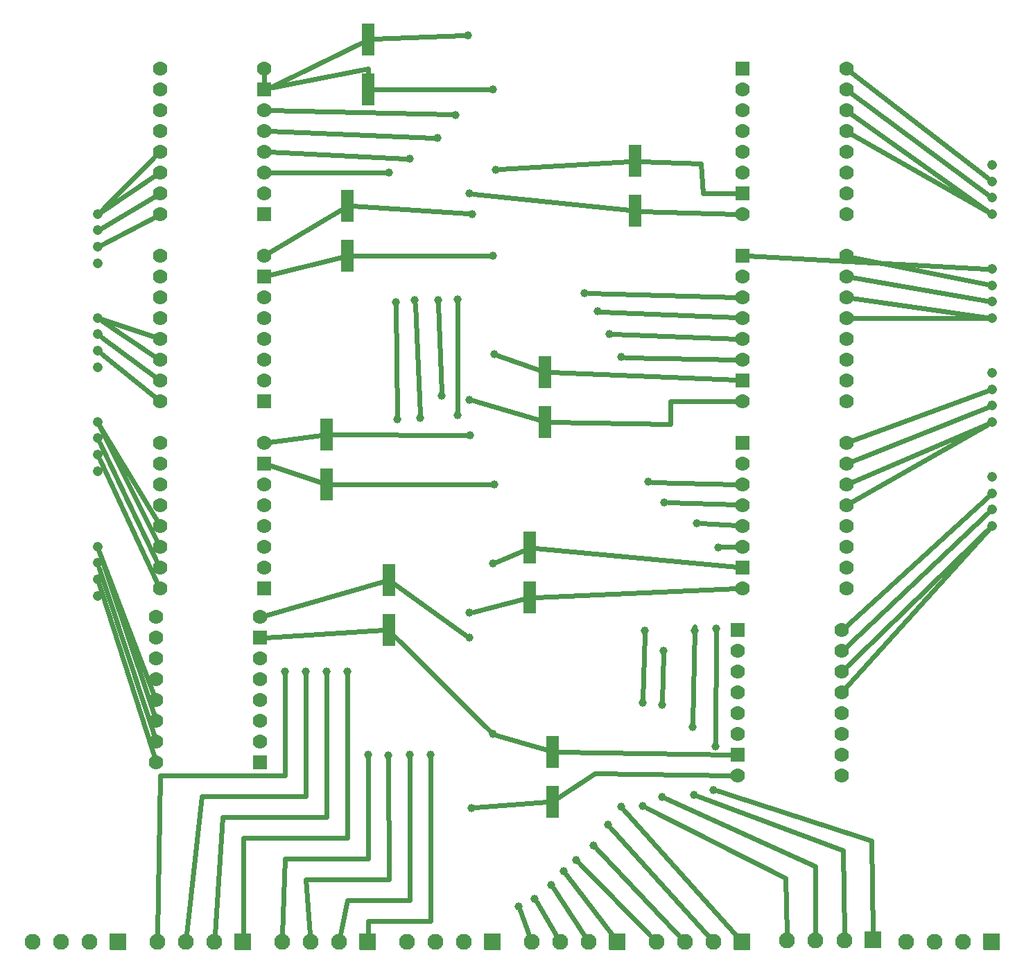
<source format=gbl>
G04 MADE WITH FRITZING*
G04 WWW.FRITZING.ORG*
G04 DOUBLE SIDED*
G04 HOLES PLATED*
G04 CONTOUR ON CENTER OF CONTOUR VECTOR*
%ASAXBY*%
%FSLAX23Y23*%
%MOIN*%
%OFA0B0*%
%SFA1.0B1.0*%
%ADD10C,0.070000*%
%ADD11C,0.047559*%
%ADD12C,0.076139*%
%ADD13C,0.039370*%
%ADD14R,0.062992X0.157480*%
%ADD15R,0.070000X0.070000*%
%ADD16C,0.024000*%
%ADD17R,0.001000X0.001000*%
%LNCOPPER0*%
G90*
G70*
G54D10*
X4031Y1393D03*
X3531Y1393D03*
X4031Y1493D03*
X3531Y1493D03*
X4031Y1593D03*
X3531Y1593D03*
X4031Y1693D03*
X3531Y1693D03*
X4031Y1793D03*
X3531Y1793D03*
X4031Y1893D03*
X3531Y1893D03*
X4031Y1993D03*
X3531Y1993D03*
X4031Y2093D03*
X3531Y2093D03*
X753Y2993D03*
X1253Y2993D03*
X753Y2893D03*
X1253Y2893D03*
X753Y2793D03*
X1253Y2793D03*
X753Y2693D03*
X1253Y2693D03*
X753Y2593D03*
X1253Y2593D03*
X753Y2493D03*
X1253Y2493D03*
X753Y2393D03*
X1253Y2393D03*
X753Y2293D03*
X1253Y2293D03*
X753Y4793D03*
X1253Y4793D03*
X753Y4693D03*
X1253Y4693D03*
X753Y4593D03*
X1253Y4593D03*
X753Y4493D03*
X1253Y4493D03*
X753Y4393D03*
X1253Y4393D03*
X753Y4293D03*
X1253Y4293D03*
X753Y4193D03*
X1253Y4193D03*
X753Y4093D03*
X1253Y4093D03*
X4053Y2293D03*
X3553Y2293D03*
X4053Y2393D03*
X3553Y2393D03*
X4053Y2493D03*
X3553Y2493D03*
X4053Y2593D03*
X3553Y2593D03*
X4053Y2693D03*
X3553Y2693D03*
X4053Y2793D03*
X3553Y2793D03*
X4053Y2893D03*
X3553Y2893D03*
X4053Y2993D03*
X3553Y2993D03*
X735Y2156D03*
X1235Y2156D03*
X735Y2056D03*
X1235Y2056D03*
X735Y1956D03*
X1235Y1956D03*
X735Y1856D03*
X1235Y1856D03*
X735Y1756D03*
X1235Y1756D03*
X735Y1656D03*
X1235Y1656D03*
X735Y1556D03*
X1235Y1556D03*
X735Y1456D03*
X1235Y1456D03*
X4053Y3194D03*
X3553Y3194D03*
X4053Y3294D03*
X3553Y3294D03*
X4053Y3394D03*
X3553Y3394D03*
X4053Y3494D03*
X3553Y3494D03*
X4053Y3594D03*
X3553Y3594D03*
X4053Y3694D03*
X3553Y3694D03*
X4053Y3794D03*
X3553Y3794D03*
X4053Y3894D03*
X3553Y3894D03*
X753Y3894D03*
X1253Y3894D03*
X753Y3794D03*
X1253Y3794D03*
X753Y3694D03*
X1253Y3694D03*
X753Y3594D03*
X1253Y3594D03*
X753Y3494D03*
X1253Y3494D03*
X753Y3394D03*
X1253Y3394D03*
X753Y3294D03*
X1253Y3294D03*
X753Y3194D03*
X1253Y3194D03*
X4053Y4093D03*
X3553Y4093D03*
X4053Y4194D03*
X3553Y4194D03*
X4053Y4294D03*
X3553Y4294D03*
X4053Y4394D03*
X3553Y4394D03*
X4053Y4494D03*
X3553Y4494D03*
X4053Y4594D03*
X3553Y4594D03*
X4053Y4694D03*
X3553Y4694D03*
X4053Y4794D03*
X3553Y4794D03*
G54D11*
X4753Y3094D03*
X4753Y3172D03*
X4753Y3251D03*
X4753Y3330D03*
X4753Y3094D03*
X4753Y3172D03*
X4753Y3251D03*
X4753Y3330D03*
X4753Y3094D03*
X4753Y3172D03*
X4753Y3251D03*
X4753Y3330D03*
X4753Y2593D03*
X4753Y2672D03*
X4753Y2751D03*
X4753Y2830D03*
X4753Y2593D03*
X4753Y2672D03*
X4753Y2751D03*
X4753Y2830D03*
X4753Y2593D03*
X4753Y2672D03*
X4753Y2751D03*
X4753Y2830D03*
X453Y2493D03*
X453Y2415D03*
X453Y2336D03*
X453Y2257D03*
X453Y2493D03*
X453Y2415D03*
X453Y2336D03*
X453Y2257D03*
X453Y2493D03*
X453Y2415D03*
X453Y2336D03*
X453Y2257D03*
X453Y3094D03*
X453Y3015D03*
X453Y2936D03*
X453Y2857D03*
X453Y3094D03*
X453Y3015D03*
X453Y2936D03*
X453Y2857D03*
X453Y3094D03*
X453Y3015D03*
X453Y2936D03*
X453Y2857D03*
X453Y3594D03*
X453Y3515D03*
X453Y3436D03*
X453Y3357D03*
X453Y3594D03*
X453Y3515D03*
X453Y3436D03*
X453Y3357D03*
X453Y3594D03*
X453Y3515D03*
X453Y3436D03*
X453Y3357D03*
X453Y4094D03*
X453Y4015D03*
X453Y3936D03*
X453Y3857D03*
X453Y4094D03*
X453Y4015D03*
X453Y3936D03*
X453Y3857D03*
X453Y4094D03*
X453Y4015D03*
X453Y3936D03*
X453Y3857D03*
X4753Y4093D03*
X4753Y4172D03*
X4753Y4251D03*
X4753Y4330D03*
X4753Y4093D03*
X4753Y4172D03*
X4753Y4251D03*
X4753Y4330D03*
X4753Y4093D03*
X4753Y4172D03*
X4753Y4251D03*
X4753Y4330D03*
X4753Y3594D03*
X4753Y3672D03*
X4753Y3751D03*
X4753Y3830D03*
X4753Y3594D03*
X4753Y3672D03*
X4753Y3751D03*
X4753Y3830D03*
X4753Y3594D03*
X4753Y3672D03*
X4753Y3751D03*
X4753Y3830D03*
G54D12*
X1153Y594D03*
X1016Y594D03*
X878Y594D03*
X740Y594D03*
X1153Y594D03*
X1016Y594D03*
X878Y594D03*
X740Y594D03*
X553Y594D03*
X416Y594D03*
X278Y594D03*
X140Y594D03*
X553Y594D03*
X416Y594D03*
X278Y594D03*
X140Y594D03*
X4181Y601D03*
X4043Y601D03*
X3905Y601D03*
X3767Y601D03*
X4181Y601D03*
X4043Y601D03*
X3905Y601D03*
X3767Y601D03*
X4753Y594D03*
X4616Y594D03*
X4478Y594D03*
X4340Y594D03*
X4753Y594D03*
X4616Y594D03*
X4478Y594D03*
X4340Y594D03*
X1753Y594D03*
X1616Y594D03*
X1478Y594D03*
X1340Y594D03*
X1753Y594D03*
X1616Y594D03*
X1478Y594D03*
X1340Y594D03*
X2353Y594D03*
X2216Y594D03*
X2078Y594D03*
X1940Y594D03*
X2353Y594D03*
X2216Y594D03*
X2078Y594D03*
X1940Y594D03*
X2953Y594D03*
X2816Y594D03*
X2678Y594D03*
X2540Y594D03*
X2953Y594D03*
X2816Y594D03*
X2678Y594D03*
X2540Y594D03*
X3553Y594D03*
X3416Y594D03*
X3278Y594D03*
X3140Y594D03*
X3553Y594D03*
X3416Y594D03*
X3278Y594D03*
X3140Y594D03*
G54D13*
X2353Y2412D03*
X2361Y2793D03*
X2246Y3031D03*
X2353Y1593D03*
X2242Y3201D03*
X2250Y1238D03*
X2240Y2055D03*
X2242Y2175D03*
X2253Y4093D03*
X2353Y3893D03*
X2235Y4953D03*
X2361Y3419D03*
X2353Y4693D03*
X2242Y4193D03*
X2368Y4308D03*
X1353Y1893D03*
X1453Y1893D03*
X1553Y1893D03*
X1653Y1893D03*
X1753Y1493D03*
X1850Y1490D03*
X1953Y1493D03*
X2053Y1493D03*
X1853Y4293D03*
X1953Y4360D03*
X2087Y4460D03*
X2176Y4571D03*
X1887Y3671D03*
X1979Y3679D03*
X2090Y3679D03*
X2183Y3682D03*
X1894Y3108D03*
X2005Y3112D03*
X2109Y3219D03*
X2183Y3127D03*
X3101Y2805D03*
X3083Y2090D03*
X3179Y2708D03*
X3176Y1993D03*
X3324Y2090D03*
X3335Y2606D03*
X3437Y2491D03*
X3427Y2101D03*
X2972Y3405D03*
X2913Y3518D03*
X2857Y3625D03*
X2794Y3714D03*
X2970Y1242D03*
X3423Y1532D03*
X3416Y1324D03*
X3316Y1627D03*
X3322Y1300D03*
X2909Y1155D03*
X2837Y1056D03*
X2753Y988D03*
X2694Y934D03*
X2635Y868D03*
X2553Y801D03*
X2479Y764D03*
X3168Y1734D03*
X3168Y1290D03*
X3076Y1742D03*
X3076Y1245D03*
G54D14*
X2531Y2250D03*
X2531Y2490D03*
G54D15*
X3531Y2093D03*
X3531Y1493D03*
X1253Y2293D03*
X1253Y2893D03*
X1253Y4093D03*
X1253Y4693D03*
X3553Y2994D03*
X3553Y2393D03*
X1235Y1456D03*
X1235Y2056D03*
X3553Y3894D03*
X3553Y3294D03*
X1253Y3194D03*
X1253Y3794D03*
X3553Y4794D03*
X3553Y4194D03*
G54D14*
X2605Y3094D03*
X2605Y3334D03*
X1853Y2334D03*
X1853Y2094D03*
X2642Y1268D03*
X2642Y1508D03*
X1553Y3034D03*
X1553Y2794D03*
X1653Y4134D03*
X1653Y3894D03*
X1753Y4934D03*
X1753Y4693D03*
X3037Y4109D03*
X3037Y4349D03*
G54D16*
X2557Y2251D02*
X3527Y2292D01*
D02*
X2557Y2487D02*
X3527Y2396D01*
D02*
X2845Y1402D02*
X3505Y1394D01*
D02*
X3209Y3082D02*
X3209Y3194D01*
D02*
X1527Y3030D02*
X1279Y2997D01*
D02*
X3209Y3194D02*
X3527Y3194D01*
D02*
X2631Y3094D02*
X3209Y3082D01*
D02*
X1627Y4118D02*
X1276Y3907D01*
D02*
X3063Y4108D02*
X3527Y4094D01*
D02*
X1827Y2326D02*
X1260Y2164D01*
D02*
X2668Y1285D02*
X2845Y1402D01*
D02*
X740Y2616D02*
X466Y3072D01*
D02*
X726Y1781D02*
X462Y2470D01*
D02*
X4049Y1813D02*
X4737Y2575D01*
D02*
X4076Y2706D02*
X4732Y3081D01*
D02*
X4076Y4481D02*
X4732Y4106D01*
D02*
X729Y3502D02*
X477Y3586D01*
D02*
X4079Y3594D02*
X4728Y3594D01*
D02*
X735Y4375D02*
X471Y4111D01*
D02*
X474Y4107D02*
X732Y4279D01*
D02*
X4730Y3084D02*
X4077Y2804D01*
D02*
X464Y3071D02*
X742Y2517D01*
D02*
X4735Y2576D02*
X4050Y1912D01*
D02*
X461Y2470D02*
X727Y1681D01*
D02*
X4733Y4108D02*
X4075Y4578D01*
D02*
X474Y3580D02*
X732Y3408D01*
D02*
X4729Y3597D02*
X4079Y3690D01*
D02*
X4078Y2903D02*
X4730Y3163D01*
D02*
X727Y1581D02*
X461Y2391D01*
D02*
X731Y4180D02*
X475Y4028D01*
D02*
X742Y2417D02*
X464Y2992D01*
D02*
X732Y3309D02*
X473Y3500D01*
D02*
X4050Y2011D02*
X4735Y2655D01*
D02*
X4079Y3789D02*
X4729Y3676D01*
D02*
X4074Y4678D02*
X4733Y4187D01*
D02*
X727Y1481D02*
X461Y2312D01*
D02*
X730Y4081D02*
X475Y3948D01*
D02*
X4078Y3003D02*
X4730Y3242D01*
D02*
X4050Y2111D02*
X4735Y2734D01*
D02*
X733Y3210D02*
X473Y3420D01*
D02*
X4074Y4778D02*
X4734Y4266D01*
D02*
X742Y2317D02*
X464Y2913D01*
D02*
X4079Y3888D02*
X4729Y3756D01*
D02*
X4176Y1079D02*
X3434Y1319D01*
D02*
X2991Y3404D02*
X3527Y3394D01*
D02*
X3423Y1551D02*
X3427Y2082D01*
D02*
X3456Y2492D02*
X3527Y2493D01*
D02*
X2183Y3146D02*
X2183Y3663D01*
D02*
X4180Y638D02*
X4176Y1079D01*
D02*
X2931Y623D02*
X2706Y919D01*
D02*
X2157Y4572D02*
X1279Y4593D01*
D02*
X2932Y3517D02*
X3527Y3494D01*
D02*
X4038Y1033D02*
X3340Y1294D01*
D02*
X3324Y2097D02*
X3324Y2109D01*
D02*
X3316Y1646D02*
X3324Y2097D01*
D02*
X3354Y2605D02*
X3527Y2595D01*
D02*
X3391Y621D02*
X2922Y1141D01*
D02*
X4043Y638D02*
X4038Y1033D01*
D02*
X2795Y624D02*
X2645Y852D01*
D02*
X2068Y4461D02*
X1279Y4492D01*
D02*
X2108Y3238D02*
X2091Y3660D01*
D02*
X3905Y956D02*
X3185Y1282D01*
D02*
X2876Y3624D02*
X3527Y3595D01*
D02*
X3169Y1753D02*
X3175Y1975D01*
D02*
X3198Y2708D02*
X3527Y2695D01*
D02*
X3252Y620D02*
X2850Y1043D01*
D02*
X2659Y625D02*
X2563Y785D01*
D02*
X2004Y3131D02*
X1980Y3660D01*
D02*
X3905Y638D02*
X3905Y956D01*
D02*
X1934Y4361D02*
X1279Y4392D01*
D02*
X3120Y2804D02*
X3527Y2794D01*
D02*
X2813Y3713D02*
X3527Y3694D01*
D02*
X3076Y1761D02*
X3083Y2071D01*
D02*
X1894Y3127D02*
X1887Y3652D01*
D02*
X3761Y901D02*
X3093Y1237D01*
D02*
X2528Y628D02*
X2486Y746D01*
D02*
X3114Y620D02*
X2767Y974D01*
D02*
X1834Y4293D02*
X1279Y4293D01*
D02*
X3767Y638D02*
X3761Y901D01*
D02*
X1257Y4690D02*
X1254Y4767D01*
D02*
X1727Y4921D02*
X1257Y4690D01*
D02*
X1279Y3800D02*
X1627Y3887D01*
D02*
X1827Y2092D02*
X1261Y2058D01*
D02*
X3353Y4338D02*
X3364Y4193D01*
D02*
X3364Y4193D02*
X3527Y4193D01*
D02*
X3063Y4348D02*
X3353Y4338D01*
D02*
X3579Y3892D02*
X4728Y3831D01*
D02*
X3527Y3295D02*
X2631Y3333D01*
D02*
X2234Y4095D02*
X1679Y4132D01*
D02*
X2334Y3894D02*
X1679Y3894D01*
D02*
X2216Y4952D02*
X1779Y4935D01*
D02*
X2334Y4693D02*
X1779Y4693D01*
D02*
X1753Y4793D02*
X1753Y4767D01*
D02*
X1279Y4699D02*
X1753Y4793D01*
D02*
X2261Y4191D02*
X3011Y4112D01*
D02*
X2387Y4309D02*
X3011Y4347D01*
D02*
X2379Y3413D02*
X2579Y3343D01*
D02*
X2260Y3196D02*
X2579Y3102D01*
D02*
X1527Y2802D02*
X1278Y2885D01*
D02*
X2227Y3031D02*
X1579Y3034D01*
D02*
X2342Y2793D02*
X1579Y2793D01*
D02*
X2668Y1508D02*
X3505Y1494D01*
D02*
X2371Y2420D02*
X2505Y2478D01*
D02*
X2261Y2180D02*
X2505Y2243D01*
D02*
X2225Y2066D02*
X1879Y2315D01*
D02*
X2340Y1607D02*
X1879Y2068D01*
D02*
X2372Y1588D02*
X2616Y1516D01*
D02*
X2269Y1239D02*
X2616Y1266D01*
D02*
X753Y1393D02*
X1353Y1393D01*
D02*
X1353Y1393D02*
X1353Y1875D01*
D02*
X741Y630D02*
X753Y1393D01*
D02*
X953Y1293D02*
X1453Y1293D01*
D02*
X1453Y1293D02*
X1453Y1875D01*
D02*
X882Y630D02*
X953Y1293D01*
D02*
X1053Y1193D02*
X1553Y1193D01*
D02*
X1553Y1193D02*
X1553Y1875D01*
D02*
X1018Y630D02*
X1053Y1193D01*
D02*
X1653Y1093D02*
X1653Y1875D01*
D02*
X1153Y1093D02*
X1653Y1093D01*
D02*
X1153Y630D02*
X1153Y1093D01*
D02*
X1753Y993D02*
X1753Y1475D01*
D02*
X1353Y993D02*
X1753Y993D01*
D02*
X1341Y630D02*
X1353Y993D01*
D02*
X1853Y894D02*
X1850Y1471D01*
D02*
X1453Y894D02*
X1853Y894D01*
D02*
X1475Y630D02*
X1453Y894D01*
D02*
X1653Y794D02*
X1953Y794D01*
D02*
X1622Y630D02*
X1653Y794D01*
D02*
X1953Y794D02*
X1953Y1475D01*
D02*
X1753Y694D02*
X2053Y694D01*
D02*
X2053Y694D02*
X2053Y1475D01*
D02*
X1753Y630D02*
X1753Y694D01*
D02*
X3529Y621D02*
X2983Y1228D01*
G54D17*
X4141Y642D02*
X4220Y642D01*
X4141Y641D02*
X4220Y641D01*
X4141Y640D02*
X4220Y640D01*
X4141Y639D02*
X4220Y639D01*
X4141Y638D02*
X4220Y638D01*
X4141Y637D02*
X4220Y637D01*
X4141Y636D02*
X4220Y636D01*
X4141Y635D02*
X4220Y635D01*
X513Y634D02*
X592Y634D01*
X1113Y634D02*
X1192Y634D01*
X1713Y634D02*
X1792Y634D01*
X2313Y634D02*
X2392Y634D01*
X2913Y634D02*
X2992Y634D01*
X3513Y634D02*
X3592Y634D01*
X4141Y634D02*
X4220Y634D01*
X4713Y634D02*
X4792Y634D01*
X513Y633D02*
X592Y633D01*
X1113Y633D02*
X1192Y633D01*
X1713Y633D02*
X1792Y633D01*
X2313Y633D02*
X2392Y633D01*
X2913Y633D02*
X2992Y633D01*
X3513Y633D02*
X3592Y633D01*
X4141Y633D02*
X4220Y633D01*
X4713Y633D02*
X4792Y633D01*
X513Y632D02*
X592Y632D01*
X1113Y632D02*
X1192Y632D01*
X1713Y632D02*
X1792Y632D01*
X2313Y632D02*
X2392Y632D01*
X2913Y632D02*
X2992Y632D01*
X3513Y632D02*
X3592Y632D01*
X4141Y632D02*
X4220Y632D01*
X4713Y632D02*
X4792Y632D01*
X513Y631D02*
X592Y631D01*
X1113Y631D02*
X1192Y631D01*
X1713Y631D02*
X1792Y631D01*
X2313Y631D02*
X2392Y631D01*
X2913Y631D02*
X2992Y631D01*
X3513Y631D02*
X3592Y631D01*
X4141Y631D02*
X4220Y631D01*
X4713Y631D02*
X4792Y631D01*
X513Y630D02*
X592Y630D01*
X1113Y630D02*
X1192Y630D01*
X1713Y630D02*
X1792Y630D01*
X2313Y630D02*
X2392Y630D01*
X2913Y630D02*
X2992Y630D01*
X3513Y630D02*
X3592Y630D01*
X4141Y630D02*
X4220Y630D01*
X4713Y630D02*
X4792Y630D01*
X513Y629D02*
X592Y629D01*
X1113Y629D02*
X1192Y629D01*
X1713Y629D02*
X1792Y629D01*
X2313Y629D02*
X2392Y629D01*
X2913Y629D02*
X2992Y629D01*
X3513Y629D02*
X3592Y629D01*
X4141Y629D02*
X4220Y629D01*
X4713Y629D02*
X4792Y629D01*
X513Y628D02*
X592Y628D01*
X1113Y628D02*
X1192Y628D01*
X1713Y628D02*
X1792Y628D01*
X2313Y628D02*
X2392Y628D01*
X2913Y628D02*
X2992Y628D01*
X3513Y628D02*
X3592Y628D01*
X4141Y628D02*
X4220Y628D01*
X4713Y628D02*
X4792Y628D01*
X513Y627D02*
X592Y627D01*
X1113Y627D02*
X1192Y627D01*
X1713Y627D02*
X1792Y627D01*
X2313Y627D02*
X2392Y627D01*
X2913Y627D02*
X2992Y627D01*
X3513Y627D02*
X3592Y627D01*
X4141Y627D02*
X4220Y627D01*
X4713Y627D02*
X4792Y627D01*
X513Y626D02*
X592Y626D01*
X1113Y626D02*
X1192Y626D01*
X1713Y626D02*
X1792Y626D01*
X2313Y626D02*
X2392Y626D01*
X2913Y626D02*
X2992Y626D01*
X3513Y626D02*
X3592Y626D01*
X4141Y626D02*
X4175Y626D01*
X4185Y626D02*
X4220Y626D01*
X4713Y626D02*
X4792Y626D01*
X513Y625D02*
X592Y625D01*
X1113Y625D02*
X1192Y625D01*
X1713Y625D02*
X1792Y625D01*
X2313Y625D02*
X2392Y625D01*
X2913Y625D02*
X2992Y625D01*
X3513Y625D02*
X3592Y625D01*
X4141Y625D02*
X4172Y625D01*
X4188Y625D02*
X4220Y625D01*
X4713Y625D02*
X4792Y625D01*
X513Y624D02*
X592Y624D01*
X1113Y624D02*
X1192Y624D01*
X1713Y624D02*
X1792Y624D01*
X2313Y624D02*
X2392Y624D01*
X2913Y624D02*
X2992Y624D01*
X3513Y624D02*
X3592Y624D01*
X4141Y624D02*
X4169Y624D01*
X4191Y624D02*
X4220Y624D01*
X4713Y624D02*
X4792Y624D01*
X513Y623D02*
X592Y623D01*
X1113Y623D02*
X1192Y623D01*
X1713Y623D02*
X1792Y623D01*
X2313Y623D02*
X2392Y623D01*
X2913Y623D02*
X2992Y623D01*
X3513Y623D02*
X3592Y623D01*
X4141Y623D02*
X4168Y623D01*
X4193Y623D02*
X4220Y623D01*
X4713Y623D02*
X4792Y623D01*
X513Y622D02*
X592Y622D01*
X1113Y622D02*
X1192Y622D01*
X1713Y622D02*
X1792Y622D01*
X2313Y622D02*
X2392Y622D01*
X2913Y622D02*
X2992Y622D01*
X3513Y622D02*
X3592Y622D01*
X4141Y622D02*
X4166Y622D01*
X4194Y622D02*
X4220Y622D01*
X4713Y622D02*
X4792Y622D01*
X513Y621D02*
X592Y621D01*
X1113Y621D02*
X1192Y621D01*
X1713Y621D02*
X1792Y621D01*
X2313Y621D02*
X2392Y621D01*
X2913Y621D02*
X2992Y621D01*
X3513Y621D02*
X3592Y621D01*
X4141Y621D02*
X4165Y621D01*
X4196Y621D02*
X4220Y621D01*
X4713Y621D02*
X4792Y621D01*
X513Y620D02*
X592Y620D01*
X1113Y620D02*
X1192Y620D01*
X1713Y620D02*
X1792Y620D01*
X2313Y620D02*
X2392Y620D01*
X2913Y620D02*
X2992Y620D01*
X3513Y620D02*
X3592Y620D01*
X4141Y620D02*
X4164Y620D01*
X4197Y620D02*
X4220Y620D01*
X4713Y620D02*
X4792Y620D01*
X513Y619D02*
X592Y619D01*
X1113Y619D02*
X1192Y619D01*
X1713Y619D02*
X1792Y619D01*
X2313Y619D02*
X2392Y619D01*
X2913Y619D02*
X2992Y619D01*
X3513Y619D02*
X3592Y619D01*
X4141Y619D02*
X4163Y619D01*
X4198Y619D02*
X4220Y619D01*
X4713Y619D02*
X4792Y619D01*
X513Y618D02*
X547Y618D01*
X558Y618D02*
X592Y618D01*
X1113Y618D02*
X1147Y618D01*
X1158Y618D02*
X1192Y618D01*
X1713Y618D02*
X1747Y618D01*
X1758Y618D02*
X1792Y618D01*
X2313Y618D02*
X2347Y618D01*
X2358Y618D02*
X2392Y618D01*
X2913Y618D02*
X2947Y618D01*
X2958Y618D02*
X2992Y618D01*
X3513Y618D02*
X3547Y618D01*
X3558Y618D02*
X3592Y618D01*
X4141Y618D02*
X4162Y618D01*
X4199Y618D02*
X4220Y618D01*
X4713Y618D02*
X4747Y618D01*
X4758Y618D02*
X4792Y618D01*
X513Y617D02*
X544Y617D01*
X562Y617D02*
X592Y617D01*
X1113Y617D02*
X1144Y617D01*
X1162Y617D02*
X1192Y617D01*
X1713Y617D02*
X1744Y617D01*
X1761Y617D02*
X1792Y617D01*
X2313Y617D02*
X2344Y617D01*
X2361Y617D02*
X2392Y617D01*
X2913Y617D02*
X2944Y617D01*
X2961Y617D02*
X2992Y617D01*
X3513Y617D02*
X3544Y617D01*
X3561Y617D02*
X3592Y617D01*
X4141Y617D02*
X4161Y617D01*
X4199Y617D02*
X4220Y617D01*
X4713Y617D02*
X4744Y617D01*
X4761Y617D02*
X4792Y617D01*
X513Y616D02*
X542Y616D01*
X564Y616D02*
X592Y616D01*
X1113Y616D02*
X1142Y616D01*
X1164Y616D02*
X1192Y616D01*
X1713Y616D02*
X1742Y616D01*
X1764Y616D02*
X1792Y616D01*
X2313Y616D02*
X2342Y616D01*
X2364Y616D02*
X2392Y616D01*
X2913Y616D02*
X2942Y616D01*
X2964Y616D02*
X2992Y616D01*
X3513Y616D02*
X3542Y616D01*
X3564Y616D02*
X3592Y616D01*
X4141Y616D02*
X4160Y616D01*
X4200Y616D02*
X4220Y616D01*
X4713Y616D02*
X4742Y616D01*
X4764Y616D02*
X4792Y616D01*
X513Y615D02*
X540Y615D01*
X566Y615D02*
X592Y615D01*
X1113Y615D02*
X1140Y615D01*
X1166Y615D02*
X1192Y615D01*
X1713Y615D02*
X1740Y615D01*
X1766Y615D02*
X1792Y615D01*
X2313Y615D02*
X2340Y615D01*
X2366Y615D02*
X2392Y615D01*
X2913Y615D02*
X2940Y615D01*
X2966Y615D02*
X2992Y615D01*
X3513Y615D02*
X3540Y615D01*
X3566Y615D02*
X3592Y615D01*
X4141Y615D02*
X4160Y615D01*
X4201Y615D02*
X4220Y615D01*
X4713Y615D02*
X4740Y615D01*
X4766Y615D02*
X4792Y615D01*
X513Y614D02*
X539Y614D01*
X567Y614D02*
X592Y614D01*
X1113Y614D02*
X1138Y614D01*
X1167Y614D02*
X1192Y614D01*
X1713Y614D02*
X1738Y614D01*
X1767Y614D02*
X1792Y614D01*
X2313Y614D02*
X2338Y614D01*
X2367Y614D02*
X2392Y614D01*
X2913Y614D02*
X2938Y614D01*
X2967Y614D02*
X2992Y614D01*
X3513Y614D02*
X3538Y614D01*
X3567Y614D02*
X3592Y614D01*
X4141Y614D02*
X4159Y614D01*
X4201Y614D02*
X4220Y614D01*
X4713Y614D02*
X4738Y614D01*
X4767Y614D02*
X4792Y614D01*
X513Y613D02*
X537Y613D01*
X568Y613D02*
X592Y613D01*
X1113Y613D02*
X1137Y613D01*
X1168Y613D02*
X1192Y613D01*
X1713Y613D02*
X1737Y613D01*
X1768Y613D02*
X1792Y613D01*
X2313Y613D02*
X2337Y613D01*
X2368Y613D02*
X2392Y613D01*
X2913Y613D02*
X2937Y613D01*
X2968Y613D02*
X2992Y613D01*
X3513Y613D02*
X3537Y613D01*
X3568Y613D02*
X3592Y613D01*
X4141Y613D02*
X4158Y613D01*
X4202Y613D02*
X4220Y613D01*
X4713Y613D02*
X4737Y613D01*
X4768Y613D02*
X4792Y613D01*
X513Y612D02*
X536Y612D01*
X570Y612D02*
X592Y612D01*
X1113Y612D02*
X1136Y612D01*
X1170Y612D02*
X1192Y612D01*
X1713Y612D02*
X1736Y612D01*
X1770Y612D02*
X1792Y612D01*
X2313Y612D02*
X2336Y612D01*
X2370Y612D02*
X2392Y612D01*
X2913Y612D02*
X2936Y612D01*
X2970Y612D02*
X2992Y612D01*
X3513Y612D02*
X3536Y612D01*
X3570Y612D02*
X3592Y612D01*
X4141Y612D02*
X4158Y612D01*
X4202Y612D02*
X4220Y612D01*
X4713Y612D02*
X4736Y612D01*
X4769Y612D02*
X4792Y612D01*
X513Y611D02*
X535Y611D01*
X571Y611D02*
X592Y611D01*
X1113Y611D02*
X1135Y611D01*
X1171Y611D02*
X1192Y611D01*
X1713Y611D02*
X1735Y611D01*
X1771Y611D02*
X1792Y611D01*
X2313Y611D02*
X2335Y611D01*
X2371Y611D02*
X2392Y611D01*
X2913Y611D02*
X2935Y611D01*
X2970Y611D02*
X2992Y611D01*
X3513Y611D02*
X3535Y611D01*
X3570Y611D02*
X3592Y611D01*
X4141Y611D02*
X4158Y611D01*
X4203Y611D02*
X4220Y611D01*
X4713Y611D02*
X4735Y611D01*
X4770Y611D02*
X4792Y611D01*
X513Y610D02*
X534Y610D01*
X571Y610D02*
X592Y610D01*
X1113Y610D02*
X1134Y610D01*
X1171Y610D02*
X1192Y610D01*
X1713Y610D02*
X1734Y610D01*
X1771Y610D02*
X1792Y610D01*
X2313Y610D02*
X2334Y610D01*
X2371Y610D02*
X2392Y610D01*
X2913Y610D02*
X2934Y610D01*
X2971Y610D02*
X2992Y610D01*
X3513Y610D02*
X3534Y610D01*
X3571Y610D02*
X3592Y610D01*
X4141Y610D02*
X4157Y610D01*
X4203Y610D02*
X4220Y610D01*
X4713Y610D02*
X4734Y610D01*
X4771Y610D02*
X4792Y610D01*
X513Y609D02*
X533Y609D01*
X572Y609D02*
X592Y609D01*
X1113Y609D02*
X1133Y609D01*
X1172Y609D02*
X1192Y609D01*
X1713Y609D02*
X1733Y609D01*
X1772Y609D02*
X1792Y609D01*
X2313Y609D02*
X2333Y609D01*
X2372Y609D02*
X2392Y609D01*
X2913Y609D02*
X2933Y609D01*
X2972Y609D02*
X2992Y609D01*
X3513Y609D02*
X3533Y609D01*
X3572Y609D02*
X3592Y609D01*
X4141Y609D02*
X4157Y609D01*
X4203Y609D02*
X4220Y609D01*
X4713Y609D02*
X4733Y609D01*
X4772Y609D02*
X4792Y609D01*
X513Y608D02*
X533Y608D01*
X573Y608D02*
X592Y608D01*
X1113Y608D02*
X1133Y608D01*
X1173Y608D02*
X1192Y608D01*
X1713Y608D02*
X1733Y608D01*
X1773Y608D02*
X1792Y608D01*
X2313Y608D02*
X2333Y608D01*
X2373Y608D02*
X2392Y608D01*
X2913Y608D02*
X2933Y608D01*
X2973Y608D02*
X2992Y608D01*
X3513Y608D02*
X3533Y608D01*
X3573Y608D02*
X3592Y608D01*
X4141Y608D02*
X4157Y608D01*
X4204Y608D02*
X4220Y608D01*
X4713Y608D02*
X4733Y608D01*
X4773Y608D02*
X4792Y608D01*
X513Y607D02*
X532Y607D01*
X574Y607D02*
X592Y607D01*
X1113Y607D02*
X1132Y607D01*
X1174Y607D02*
X1192Y607D01*
X1713Y607D02*
X1732Y607D01*
X1774Y607D02*
X1792Y607D01*
X2313Y607D02*
X2332Y607D01*
X2373Y607D02*
X2392Y607D01*
X2913Y607D02*
X2932Y607D01*
X2973Y607D02*
X2992Y607D01*
X3513Y607D02*
X3532Y607D01*
X3573Y607D02*
X3592Y607D01*
X4141Y607D02*
X4156Y607D01*
X4204Y607D02*
X4220Y607D01*
X4713Y607D02*
X4732Y607D01*
X4773Y607D02*
X4792Y607D01*
X513Y606D02*
X532Y606D01*
X574Y606D02*
X592Y606D01*
X1113Y606D02*
X1132Y606D01*
X1174Y606D02*
X1192Y606D01*
X1713Y606D02*
X1732Y606D01*
X1774Y606D02*
X1792Y606D01*
X2313Y606D02*
X2332Y606D01*
X2374Y606D02*
X2392Y606D01*
X2913Y606D02*
X2932Y606D01*
X2974Y606D02*
X2992Y606D01*
X3513Y606D02*
X3532Y606D01*
X3574Y606D02*
X3592Y606D01*
X4141Y606D02*
X4156Y606D01*
X4204Y606D02*
X4220Y606D01*
X4713Y606D02*
X4732Y606D01*
X4774Y606D02*
X4792Y606D01*
X513Y605D02*
X531Y605D01*
X575Y605D02*
X592Y605D01*
X1113Y605D02*
X1131Y605D01*
X1175Y605D02*
X1192Y605D01*
X1713Y605D02*
X1731Y605D01*
X1775Y605D02*
X1792Y605D01*
X2313Y605D02*
X2331Y605D01*
X2375Y605D02*
X2392Y605D01*
X2913Y605D02*
X2931Y605D01*
X2975Y605D02*
X2992Y605D01*
X3513Y605D02*
X3531Y605D01*
X3575Y605D02*
X3592Y605D01*
X4141Y605D02*
X4156Y605D01*
X4204Y605D02*
X4220Y605D01*
X4713Y605D02*
X4731Y605D01*
X4775Y605D02*
X4792Y605D01*
X513Y604D02*
X531Y604D01*
X575Y604D02*
X592Y604D01*
X1113Y604D02*
X1131Y604D01*
X1175Y604D02*
X1192Y604D01*
X1713Y604D02*
X1731Y604D01*
X1775Y604D02*
X1792Y604D01*
X2313Y604D02*
X2331Y604D01*
X2375Y604D02*
X2392Y604D01*
X2913Y604D02*
X2931Y604D01*
X2975Y604D02*
X2992Y604D01*
X3513Y604D02*
X3530Y604D01*
X3575Y604D02*
X3592Y604D01*
X4141Y604D02*
X4156Y604D01*
X4204Y604D02*
X4220Y604D01*
X4713Y604D02*
X4730Y604D01*
X4775Y604D02*
X4792Y604D01*
X513Y603D02*
X530Y603D01*
X575Y603D02*
X592Y603D01*
X1113Y603D02*
X1130Y603D01*
X1175Y603D02*
X1192Y603D01*
X1713Y603D02*
X1730Y603D01*
X1775Y603D02*
X1792Y603D01*
X2313Y603D02*
X2330Y603D01*
X2375Y603D02*
X2392Y603D01*
X2913Y603D02*
X2930Y603D01*
X2975Y603D02*
X2992Y603D01*
X3513Y603D02*
X3530Y603D01*
X3575Y603D02*
X3592Y603D01*
X4141Y603D02*
X4156Y603D01*
X4204Y603D02*
X4220Y603D01*
X4713Y603D02*
X4730Y603D01*
X4775Y603D02*
X4792Y603D01*
X513Y602D02*
X530Y602D01*
X576Y602D02*
X592Y602D01*
X1113Y602D02*
X1130Y602D01*
X1176Y602D02*
X1192Y602D01*
X1713Y602D02*
X1730Y602D01*
X1776Y602D02*
X1792Y602D01*
X2313Y602D02*
X2330Y602D01*
X2376Y602D02*
X2392Y602D01*
X2913Y602D02*
X2930Y602D01*
X2976Y602D02*
X2992Y602D01*
X3513Y602D02*
X3530Y602D01*
X3576Y602D02*
X3592Y602D01*
X4141Y602D02*
X4156Y602D01*
X4204Y602D02*
X4220Y602D01*
X4713Y602D02*
X4730Y602D01*
X4776Y602D02*
X4792Y602D01*
X513Y601D02*
X530Y601D01*
X576Y601D02*
X592Y601D01*
X1113Y601D02*
X1130Y601D01*
X1176Y601D02*
X1192Y601D01*
X1713Y601D02*
X1730Y601D01*
X1776Y601D02*
X1792Y601D01*
X2313Y601D02*
X2330Y601D01*
X2376Y601D02*
X2392Y601D01*
X2913Y601D02*
X2930Y601D01*
X2976Y601D02*
X2992Y601D01*
X3513Y601D02*
X3530Y601D01*
X3576Y601D02*
X3592Y601D01*
X4141Y601D02*
X4156Y601D01*
X4204Y601D02*
X4220Y601D01*
X4713Y601D02*
X4730Y601D01*
X4776Y601D02*
X4792Y601D01*
X513Y600D02*
X529Y600D01*
X576Y600D02*
X592Y600D01*
X1113Y600D02*
X1129Y600D01*
X1176Y600D02*
X1192Y600D01*
X1713Y600D02*
X1729Y600D01*
X1776Y600D02*
X1792Y600D01*
X2313Y600D02*
X2329Y600D01*
X2376Y600D02*
X2392Y600D01*
X2913Y600D02*
X2929Y600D01*
X2976Y600D02*
X2992Y600D01*
X3513Y600D02*
X3529Y600D01*
X3576Y600D02*
X3592Y600D01*
X4141Y600D02*
X4156Y600D01*
X4204Y600D02*
X4220Y600D01*
X4713Y600D02*
X4729Y600D01*
X4776Y600D02*
X4792Y600D01*
X513Y599D02*
X529Y599D01*
X577Y599D02*
X592Y599D01*
X1113Y599D02*
X1129Y599D01*
X1177Y599D02*
X1192Y599D01*
X1713Y599D02*
X1729Y599D01*
X1777Y599D02*
X1792Y599D01*
X2313Y599D02*
X2329Y599D01*
X2377Y599D02*
X2392Y599D01*
X2913Y599D02*
X2929Y599D01*
X2977Y599D02*
X2992Y599D01*
X3513Y599D02*
X3529Y599D01*
X3577Y599D02*
X3592Y599D01*
X4141Y599D02*
X4156Y599D01*
X4204Y599D02*
X4220Y599D01*
X4713Y599D02*
X4729Y599D01*
X4777Y599D02*
X4792Y599D01*
X513Y598D02*
X529Y598D01*
X577Y598D02*
X592Y598D01*
X1113Y598D02*
X1129Y598D01*
X1177Y598D02*
X1192Y598D01*
X1713Y598D02*
X1729Y598D01*
X1777Y598D02*
X1792Y598D01*
X2313Y598D02*
X2329Y598D01*
X2377Y598D02*
X2392Y598D01*
X2913Y598D02*
X2929Y598D01*
X2977Y598D02*
X2992Y598D01*
X3513Y598D02*
X3529Y598D01*
X3577Y598D02*
X3592Y598D01*
X4141Y598D02*
X4157Y598D01*
X4204Y598D02*
X4220Y598D01*
X4713Y598D02*
X4729Y598D01*
X4777Y598D02*
X4792Y598D01*
X513Y597D02*
X529Y597D01*
X577Y597D02*
X592Y597D01*
X1113Y597D02*
X1129Y597D01*
X1177Y597D02*
X1192Y597D01*
X1713Y597D02*
X1729Y597D01*
X1777Y597D02*
X1792Y597D01*
X2313Y597D02*
X2329Y597D01*
X2377Y597D02*
X2392Y597D01*
X2913Y597D02*
X2929Y597D01*
X2977Y597D02*
X2992Y597D01*
X3513Y597D02*
X3529Y597D01*
X3577Y597D02*
X3592Y597D01*
X4141Y597D02*
X4157Y597D01*
X4203Y597D02*
X4220Y597D01*
X4713Y597D02*
X4729Y597D01*
X4777Y597D02*
X4792Y597D01*
X513Y596D02*
X529Y596D01*
X577Y596D02*
X592Y596D01*
X1113Y596D02*
X1129Y596D01*
X1177Y596D02*
X1192Y596D01*
X1713Y596D02*
X1729Y596D01*
X1777Y596D02*
X1792Y596D01*
X2313Y596D02*
X2329Y596D01*
X2377Y596D02*
X2392Y596D01*
X2913Y596D02*
X2929Y596D01*
X2977Y596D02*
X2992Y596D01*
X3513Y596D02*
X3529Y596D01*
X3577Y596D02*
X3592Y596D01*
X4141Y596D02*
X4157Y596D01*
X4203Y596D02*
X4220Y596D01*
X4713Y596D02*
X4729Y596D01*
X4777Y596D02*
X4792Y596D01*
X513Y595D02*
X529Y595D01*
X577Y595D02*
X592Y595D01*
X1113Y595D02*
X1129Y595D01*
X1177Y595D02*
X1192Y595D01*
X1713Y595D02*
X1729Y595D01*
X1777Y595D02*
X1792Y595D01*
X2313Y595D02*
X2329Y595D01*
X2377Y595D02*
X2392Y595D01*
X2913Y595D02*
X2929Y595D01*
X2977Y595D02*
X2992Y595D01*
X3513Y595D02*
X3529Y595D01*
X3577Y595D02*
X3592Y595D01*
X4141Y595D02*
X4157Y595D01*
X4203Y595D02*
X4220Y595D01*
X4713Y595D02*
X4729Y595D01*
X4777Y595D02*
X4792Y595D01*
X513Y594D02*
X529Y594D01*
X577Y594D02*
X592Y594D01*
X1113Y594D02*
X1129Y594D01*
X1177Y594D02*
X1192Y594D01*
X1713Y594D02*
X1729Y594D01*
X1777Y594D02*
X1792Y594D01*
X2313Y594D02*
X2329Y594D01*
X2377Y594D02*
X2392Y594D01*
X2913Y594D02*
X2929Y594D01*
X2977Y594D02*
X2992Y594D01*
X3513Y594D02*
X3529Y594D01*
X3577Y594D02*
X3592Y594D01*
X4141Y594D02*
X4158Y594D01*
X4203Y594D02*
X4220Y594D01*
X4713Y594D02*
X4729Y594D01*
X4777Y594D02*
X4792Y594D01*
X513Y593D02*
X529Y593D01*
X577Y593D02*
X592Y593D01*
X1113Y593D02*
X1129Y593D01*
X1177Y593D02*
X1192Y593D01*
X1713Y593D02*
X1729Y593D01*
X1777Y593D02*
X1792Y593D01*
X2313Y593D02*
X2329Y593D01*
X2377Y593D02*
X2392Y593D01*
X2913Y593D02*
X2929Y593D01*
X2977Y593D02*
X2992Y593D01*
X3513Y593D02*
X3529Y593D01*
X3577Y593D02*
X3592Y593D01*
X4141Y593D02*
X4158Y593D01*
X4202Y593D02*
X4220Y593D01*
X4713Y593D02*
X4729Y593D01*
X4777Y593D02*
X4792Y593D01*
X513Y592D02*
X529Y592D01*
X577Y592D02*
X592Y592D01*
X1113Y592D02*
X1129Y592D01*
X1177Y592D02*
X1192Y592D01*
X1713Y592D02*
X1729Y592D01*
X1777Y592D02*
X1792Y592D01*
X2313Y592D02*
X2329Y592D01*
X2377Y592D02*
X2392Y592D01*
X2913Y592D02*
X2929Y592D01*
X2977Y592D02*
X2992Y592D01*
X3513Y592D02*
X3529Y592D01*
X3577Y592D02*
X3592Y592D01*
X4141Y592D02*
X4159Y592D01*
X4202Y592D02*
X4220Y592D01*
X4713Y592D02*
X4729Y592D01*
X4777Y592D02*
X4792Y592D01*
X513Y591D02*
X529Y591D01*
X577Y591D02*
X592Y591D01*
X1113Y591D02*
X1129Y591D01*
X1177Y591D02*
X1192Y591D01*
X1713Y591D02*
X1729Y591D01*
X1777Y591D02*
X1792Y591D01*
X2313Y591D02*
X2329Y591D01*
X2377Y591D02*
X2392Y591D01*
X2913Y591D02*
X2929Y591D01*
X2977Y591D02*
X2992Y591D01*
X3513Y591D02*
X3529Y591D01*
X3577Y591D02*
X3592Y591D01*
X4141Y591D02*
X4159Y591D01*
X4201Y591D02*
X4220Y591D01*
X4713Y591D02*
X4729Y591D01*
X4777Y591D02*
X4792Y591D01*
X513Y590D02*
X529Y590D01*
X576Y590D02*
X592Y590D01*
X1113Y590D02*
X1129Y590D01*
X1176Y590D02*
X1192Y590D01*
X1713Y590D02*
X1729Y590D01*
X1776Y590D02*
X1792Y590D01*
X2313Y590D02*
X2329Y590D01*
X2376Y590D02*
X2392Y590D01*
X2913Y590D02*
X2929Y590D01*
X2976Y590D02*
X2992Y590D01*
X3513Y590D02*
X3529Y590D01*
X3576Y590D02*
X3592Y590D01*
X4141Y590D02*
X4160Y590D01*
X4200Y590D02*
X4220Y590D01*
X4713Y590D02*
X4729Y590D01*
X4776Y590D02*
X4792Y590D01*
X513Y589D02*
X530Y589D01*
X576Y589D02*
X592Y589D01*
X1113Y589D02*
X1130Y589D01*
X1176Y589D02*
X1192Y589D01*
X1713Y589D02*
X1730Y589D01*
X1776Y589D02*
X1792Y589D01*
X2313Y589D02*
X2330Y589D01*
X2376Y589D02*
X2392Y589D01*
X2913Y589D02*
X2930Y589D01*
X2976Y589D02*
X2992Y589D01*
X3513Y589D02*
X3530Y589D01*
X3576Y589D02*
X3592Y589D01*
X4141Y589D02*
X4161Y589D01*
X4200Y589D02*
X4220Y589D01*
X4713Y589D02*
X4729Y589D01*
X4776Y589D02*
X4792Y589D01*
X513Y588D02*
X530Y588D01*
X576Y588D02*
X592Y588D01*
X1113Y588D02*
X1130Y588D01*
X1176Y588D02*
X1192Y588D01*
X1713Y588D02*
X1730Y588D01*
X1776Y588D02*
X1792Y588D01*
X2313Y588D02*
X2330Y588D01*
X2376Y588D02*
X2392Y588D01*
X2913Y588D02*
X2930Y588D01*
X2976Y588D02*
X2992Y588D01*
X3513Y588D02*
X3530Y588D01*
X3576Y588D02*
X3592Y588D01*
X4141Y588D02*
X4161Y588D01*
X4199Y588D02*
X4220Y588D01*
X4713Y588D02*
X4730Y588D01*
X4776Y588D02*
X4792Y588D01*
X513Y587D02*
X530Y587D01*
X575Y587D02*
X592Y587D01*
X1113Y587D02*
X1130Y587D01*
X1175Y587D02*
X1192Y587D01*
X1713Y587D02*
X1730Y587D01*
X1775Y587D02*
X1792Y587D01*
X2313Y587D02*
X2330Y587D01*
X2375Y587D02*
X2392Y587D01*
X2913Y587D02*
X2930Y587D01*
X2975Y587D02*
X2992Y587D01*
X3513Y587D02*
X3530Y587D01*
X3575Y587D02*
X3592Y587D01*
X4141Y587D02*
X4162Y587D01*
X4198Y587D02*
X4220Y587D01*
X4713Y587D02*
X4730Y587D01*
X4775Y587D02*
X4792Y587D01*
X513Y586D02*
X531Y586D01*
X575Y586D02*
X592Y586D01*
X1113Y586D02*
X1130Y586D01*
X1175Y586D02*
X1192Y586D01*
X1713Y586D02*
X1730Y586D01*
X1775Y586D02*
X1792Y586D01*
X2313Y586D02*
X2330Y586D01*
X2375Y586D02*
X2392Y586D01*
X2913Y586D02*
X2930Y586D01*
X2975Y586D02*
X2992Y586D01*
X3513Y586D02*
X3530Y586D01*
X3575Y586D02*
X3592Y586D01*
X4141Y586D02*
X4163Y586D01*
X4197Y586D02*
X4220Y586D01*
X4713Y586D02*
X4730Y586D01*
X4775Y586D02*
X4792Y586D01*
X513Y585D02*
X531Y585D01*
X575Y585D02*
X592Y585D01*
X1113Y585D02*
X1131Y585D01*
X1175Y585D02*
X1192Y585D01*
X1713Y585D02*
X1731Y585D01*
X1775Y585D02*
X1792Y585D01*
X2313Y585D02*
X2331Y585D01*
X2375Y585D02*
X2392Y585D01*
X2913Y585D02*
X2931Y585D01*
X2975Y585D02*
X2992Y585D01*
X3513Y585D02*
X3531Y585D01*
X3575Y585D02*
X3592Y585D01*
X4141Y585D02*
X4164Y585D01*
X4196Y585D02*
X4220Y585D01*
X4713Y585D02*
X4731Y585D01*
X4775Y585D02*
X4792Y585D01*
X513Y584D02*
X532Y584D01*
X574Y584D02*
X592Y584D01*
X1113Y584D02*
X1132Y584D01*
X1174Y584D02*
X1192Y584D01*
X1713Y584D02*
X1731Y584D01*
X1774Y584D02*
X1792Y584D01*
X2313Y584D02*
X2331Y584D01*
X2374Y584D02*
X2392Y584D01*
X2913Y584D02*
X2931Y584D01*
X2974Y584D02*
X2992Y584D01*
X3513Y584D02*
X3531Y584D01*
X3574Y584D02*
X3592Y584D01*
X4141Y584D02*
X4165Y584D01*
X4195Y584D02*
X4220Y584D01*
X4713Y584D02*
X4731Y584D01*
X4774Y584D02*
X4792Y584D01*
X513Y583D02*
X532Y583D01*
X574Y583D02*
X592Y583D01*
X1113Y583D02*
X1132Y583D01*
X1174Y583D02*
X1192Y583D01*
X1713Y583D02*
X1732Y583D01*
X1774Y583D02*
X1792Y583D01*
X2313Y583D02*
X2332Y583D01*
X2374Y583D02*
X2392Y583D01*
X2913Y583D02*
X2932Y583D01*
X2974Y583D02*
X2992Y583D01*
X3513Y583D02*
X3532Y583D01*
X3574Y583D02*
X3592Y583D01*
X4141Y583D02*
X4167Y583D01*
X4193Y583D02*
X4220Y583D01*
X4713Y583D02*
X4732Y583D01*
X4774Y583D02*
X4792Y583D01*
X513Y582D02*
X533Y582D01*
X573Y582D02*
X592Y582D01*
X1113Y582D02*
X1133Y582D01*
X1173Y582D02*
X1192Y582D01*
X1713Y582D02*
X1733Y582D01*
X1773Y582D02*
X1792Y582D01*
X2313Y582D02*
X2333Y582D01*
X2373Y582D02*
X2392Y582D01*
X2913Y582D02*
X2933Y582D01*
X2973Y582D02*
X2992Y582D01*
X3513Y582D02*
X3533Y582D01*
X3573Y582D02*
X3592Y582D01*
X4141Y582D02*
X4169Y582D01*
X4192Y582D02*
X4220Y582D01*
X4713Y582D02*
X4733Y582D01*
X4773Y582D02*
X4792Y582D01*
X513Y581D02*
X533Y581D01*
X572Y581D02*
X592Y581D01*
X1113Y581D02*
X1133Y581D01*
X1172Y581D02*
X1192Y581D01*
X1713Y581D02*
X1733Y581D01*
X1772Y581D02*
X1792Y581D01*
X2313Y581D02*
X2333Y581D01*
X2372Y581D02*
X2392Y581D01*
X2913Y581D02*
X2933Y581D01*
X2972Y581D02*
X2992Y581D01*
X3513Y581D02*
X3533Y581D01*
X3572Y581D02*
X3592Y581D01*
X4141Y581D02*
X4171Y581D01*
X4190Y581D02*
X4220Y581D01*
X4713Y581D02*
X4733Y581D01*
X4772Y581D02*
X4792Y581D01*
X513Y580D02*
X534Y580D01*
X571Y580D02*
X592Y580D01*
X1113Y580D02*
X1134Y580D01*
X1171Y580D02*
X1192Y580D01*
X1713Y580D02*
X1734Y580D01*
X1771Y580D02*
X1792Y580D01*
X2313Y580D02*
X2334Y580D01*
X2371Y580D02*
X2392Y580D01*
X2913Y580D02*
X2934Y580D01*
X2971Y580D02*
X2992Y580D01*
X3513Y580D02*
X3534Y580D01*
X3571Y580D02*
X3592Y580D01*
X4141Y580D02*
X4174Y580D01*
X4187Y580D02*
X4220Y580D01*
X4713Y580D02*
X4734Y580D01*
X4771Y580D02*
X4792Y580D01*
X513Y579D02*
X535Y579D01*
X571Y579D02*
X592Y579D01*
X1113Y579D02*
X1135Y579D01*
X1171Y579D02*
X1192Y579D01*
X1713Y579D02*
X1735Y579D01*
X1771Y579D02*
X1792Y579D01*
X2313Y579D02*
X2335Y579D01*
X2371Y579D02*
X2392Y579D01*
X2913Y579D02*
X2935Y579D01*
X2971Y579D02*
X2992Y579D01*
X3513Y579D02*
X3535Y579D01*
X3571Y579D02*
X3592Y579D01*
X4141Y579D02*
X4220Y579D01*
X4713Y579D02*
X4735Y579D01*
X4771Y579D02*
X4792Y579D01*
X513Y578D02*
X536Y578D01*
X570Y578D02*
X592Y578D01*
X1113Y578D02*
X1136Y578D01*
X1170Y578D02*
X1192Y578D01*
X1713Y578D02*
X1736Y578D01*
X1770Y578D02*
X1792Y578D01*
X2313Y578D02*
X2336Y578D01*
X2370Y578D02*
X2392Y578D01*
X2913Y578D02*
X2936Y578D01*
X2970Y578D02*
X2992Y578D01*
X3513Y578D02*
X3536Y578D01*
X3570Y578D02*
X3592Y578D01*
X4141Y578D02*
X4220Y578D01*
X4713Y578D02*
X4736Y578D01*
X4770Y578D02*
X4792Y578D01*
X513Y577D02*
X537Y577D01*
X569Y577D02*
X592Y577D01*
X1113Y577D02*
X1137Y577D01*
X1169Y577D02*
X1192Y577D01*
X1713Y577D02*
X1737Y577D01*
X1769Y577D02*
X1792Y577D01*
X2313Y577D02*
X2337Y577D01*
X2369Y577D02*
X2392Y577D01*
X2913Y577D02*
X2937Y577D01*
X2968Y577D02*
X2992Y577D01*
X3513Y577D02*
X3537Y577D01*
X3568Y577D02*
X3592Y577D01*
X4141Y577D02*
X4220Y577D01*
X4713Y577D02*
X4737Y577D01*
X4768Y577D02*
X4792Y577D01*
X513Y576D02*
X538Y576D01*
X567Y576D02*
X592Y576D01*
X1113Y576D02*
X1138Y576D01*
X1167Y576D02*
X1192Y576D01*
X1713Y576D02*
X1738Y576D01*
X1767Y576D02*
X1792Y576D01*
X2313Y576D02*
X2338Y576D01*
X2367Y576D02*
X2392Y576D01*
X2913Y576D02*
X2938Y576D01*
X2967Y576D02*
X2992Y576D01*
X3513Y576D02*
X3538Y576D01*
X3567Y576D02*
X3592Y576D01*
X4141Y576D02*
X4220Y576D01*
X4713Y576D02*
X4738Y576D01*
X4767Y576D02*
X4792Y576D01*
X513Y575D02*
X540Y575D01*
X566Y575D02*
X592Y575D01*
X1113Y575D02*
X1140Y575D01*
X1166Y575D02*
X1192Y575D01*
X1713Y575D02*
X1740Y575D01*
X1766Y575D02*
X1792Y575D01*
X2313Y575D02*
X2340Y575D01*
X2366Y575D02*
X2392Y575D01*
X2913Y575D02*
X2940Y575D01*
X2966Y575D02*
X2992Y575D01*
X3513Y575D02*
X3540Y575D01*
X3566Y575D02*
X3592Y575D01*
X4141Y575D02*
X4220Y575D01*
X4713Y575D02*
X4740Y575D01*
X4766Y575D02*
X4792Y575D01*
X513Y574D02*
X542Y574D01*
X564Y574D02*
X592Y574D01*
X1113Y574D02*
X1142Y574D01*
X1164Y574D02*
X1192Y574D01*
X1713Y574D02*
X1742Y574D01*
X1764Y574D02*
X1792Y574D01*
X2313Y574D02*
X2342Y574D01*
X2364Y574D02*
X2392Y574D01*
X2913Y574D02*
X2942Y574D01*
X2964Y574D02*
X2992Y574D01*
X3513Y574D02*
X3542Y574D01*
X3564Y574D02*
X3592Y574D01*
X4141Y574D02*
X4220Y574D01*
X4713Y574D02*
X4742Y574D01*
X4764Y574D02*
X4792Y574D01*
X513Y573D02*
X544Y573D01*
X562Y573D02*
X592Y573D01*
X1113Y573D02*
X1144Y573D01*
X1162Y573D02*
X1192Y573D01*
X1713Y573D02*
X1744Y573D01*
X1762Y573D02*
X1792Y573D01*
X2313Y573D02*
X2344Y573D01*
X2362Y573D02*
X2392Y573D01*
X2913Y573D02*
X2944Y573D01*
X2962Y573D02*
X2992Y573D01*
X3513Y573D02*
X3544Y573D01*
X3562Y573D02*
X3592Y573D01*
X4141Y573D02*
X4220Y573D01*
X4713Y573D02*
X4744Y573D01*
X4762Y573D02*
X4792Y573D01*
X513Y572D02*
X547Y572D01*
X559Y572D02*
X592Y572D01*
X1113Y572D02*
X1147Y572D01*
X1159Y572D02*
X1192Y572D01*
X1713Y572D02*
X1747Y572D01*
X1759Y572D02*
X1792Y572D01*
X2313Y572D02*
X2347Y572D01*
X2359Y572D02*
X2392Y572D01*
X2913Y572D02*
X2947Y572D01*
X2959Y572D02*
X2992Y572D01*
X3513Y572D02*
X3547Y572D01*
X3559Y572D02*
X3592Y572D01*
X4141Y572D02*
X4220Y572D01*
X4713Y572D02*
X4747Y572D01*
X4759Y572D02*
X4792Y572D01*
X513Y571D02*
X592Y571D01*
X1113Y571D02*
X1192Y571D01*
X1713Y571D02*
X1792Y571D01*
X2313Y571D02*
X2392Y571D01*
X2913Y571D02*
X2992Y571D01*
X3513Y571D02*
X3592Y571D01*
X4141Y571D02*
X4220Y571D01*
X4713Y571D02*
X4792Y571D01*
X513Y570D02*
X592Y570D01*
X1113Y570D02*
X1192Y570D01*
X1713Y570D02*
X1792Y570D01*
X2313Y570D02*
X2392Y570D01*
X2913Y570D02*
X2992Y570D01*
X3513Y570D02*
X3592Y570D01*
X4141Y570D02*
X4220Y570D01*
X4713Y570D02*
X4792Y570D01*
X513Y569D02*
X592Y569D01*
X1113Y569D02*
X1192Y569D01*
X1713Y569D02*
X1792Y569D01*
X2313Y569D02*
X2392Y569D01*
X2913Y569D02*
X2992Y569D01*
X3513Y569D02*
X3592Y569D01*
X4141Y569D02*
X4220Y569D01*
X4713Y569D02*
X4792Y569D01*
X513Y568D02*
X592Y568D01*
X1113Y568D02*
X1192Y568D01*
X1713Y568D02*
X1792Y568D01*
X2313Y568D02*
X2392Y568D01*
X2913Y568D02*
X2992Y568D01*
X3513Y568D02*
X3592Y568D01*
X4141Y568D02*
X4220Y568D01*
X4713Y568D02*
X4792Y568D01*
X513Y567D02*
X592Y567D01*
X1113Y567D02*
X1192Y567D01*
X1713Y567D02*
X1792Y567D01*
X2313Y567D02*
X2392Y567D01*
X2913Y567D02*
X2992Y567D01*
X3513Y567D02*
X3592Y567D01*
X4141Y567D02*
X4220Y567D01*
X4713Y567D02*
X4792Y567D01*
X513Y566D02*
X592Y566D01*
X1113Y566D02*
X1192Y566D01*
X1713Y566D02*
X1792Y566D01*
X2313Y566D02*
X2392Y566D01*
X2913Y566D02*
X2992Y566D01*
X3513Y566D02*
X3592Y566D01*
X4141Y566D02*
X4220Y566D01*
X4713Y566D02*
X4792Y566D01*
X513Y565D02*
X592Y565D01*
X1113Y565D02*
X1192Y565D01*
X1713Y565D02*
X1792Y565D01*
X2313Y565D02*
X2392Y565D01*
X2913Y565D02*
X2992Y565D01*
X3513Y565D02*
X3592Y565D01*
X4141Y565D02*
X4220Y565D01*
X4713Y565D02*
X4792Y565D01*
X513Y564D02*
X592Y564D01*
X1113Y564D02*
X1192Y564D01*
X1713Y564D02*
X1792Y564D01*
X2313Y564D02*
X2392Y564D01*
X2913Y564D02*
X2992Y564D01*
X3513Y564D02*
X3592Y564D01*
X4141Y564D02*
X4220Y564D01*
X4713Y564D02*
X4792Y564D01*
X513Y563D02*
X592Y563D01*
X1113Y563D02*
X1192Y563D01*
X1713Y563D02*
X1792Y563D01*
X2313Y563D02*
X2392Y563D01*
X2913Y563D02*
X2992Y563D01*
X3513Y563D02*
X3592Y563D01*
X4141Y563D02*
X4219Y563D01*
X4713Y563D02*
X4792Y563D01*
X513Y562D02*
X592Y562D01*
X1113Y562D02*
X1192Y562D01*
X1713Y562D02*
X1792Y562D01*
X2313Y562D02*
X2392Y562D01*
X2913Y562D02*
X2992Y562D01*
X3513Y562D02*
X3592Y562D01*
X4713Y562D02*
X4792Y562D01*
X513Y561D02*
X592Y561D01*
X1113Y561D02*
X1192Y561D01*
X1713Y561D02*
X1792Y561D01*
X2313Y561D02*
X2392Y561D01*
X2913Y561D02*
X2992Y561D01*
X3513Y561D02*
X3592Y561D01*
X4713Y561D02*
X4792Y561D01*
X513Y560D02*
X592Y560D01*
X1113Y560D02*
X1192Y560D01*
X1713Y560D02*
X1792Y560D01*
X2313Y560D02*
X2392Y560D01*
X2913Y560D02*
X2992Y560D01*
X3513Y560D02*
X3592Y560D01*
X4713Y560D02*
X4792Y560D01*
X513Y559D02*
X592Y559D01*
X1113Y559D02*
X1192Y559D01*
X1713Y559D02*
X1792Y559D01*
X2313Y559D02*
X2392Y559D01*
X2913Y559D02*
X2992Y559D01*
X3513Y559D02*
X3592Y559D01*
X4713Y559D02*
X4792Y559D01*
X513Y558D02*
X592Y558D01*
X1113Y558D02*
X1192Y558D01*
X1713Y558D02*
X1792Y558D01*
X2313Y558D02*
X2392Y558D01*
X2913Y558D02*
X2992Y558D01*
X3513Y558D02*
X3592Y558D01*
X4713Y558D02*
X4792Y558D01*
X513Y557D02*
X592Y557D01*
X1113Y557D02*
X1192Y557D01*
X1713Y557D02*
X1792Y557D01*
X2313Y557D02*
X2392Y557D01*
X2913Y557D02*
X2992Y557D01*
X3513Y557D02*
X3592Y557D01*
X4713Y557D02*
X4792Y557D01*
X513Y556D02*
X592Y556D01*
X1113Y556D02*
X1192Y556D01*
X1713Y556D02*
X1792Y556D01*
X2313Y556D02*
X2392Y556D01*
X2913Y556D02*
X2992Y556D01*
X3513Y556D02*
X3592Y556D01*
X4713Y556D02*
X4792Y556D01*
X514Y555D02*
X592Y555D01*
X1114Y555D02*
X1192Y555D01*
X1714Y555D02*
X1792Y555D01*
X2314Y555D02*
X2392Y555D01*
X2914Y555D02*
X2992Y555D01*
X3514Y555D02*
X3592Y555D01*
X4714Y555D02*
X4792Y555D01*
D02*
G04 End of Copper0*
M02*
</source>
